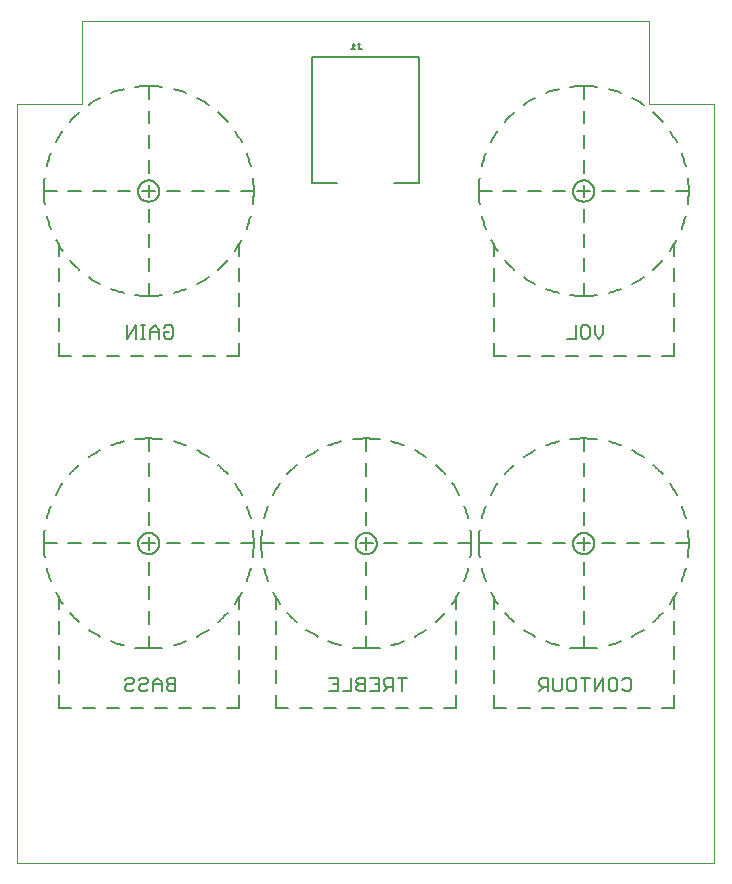
<source format=gbo>
G75*
%MOIN*%
%OFA0B0*%
%FSLAX25Y25*%
%IPPOS*%
%LPD*%
%AMOC8*
5,1,8,0,0,1.08239X$1,22.5*
%
%ADD10C,0.00500*%
%ADD11C,0.00600*%
%ADD12C,0.00800*%
%ADD13C,0.00000*%
D10*
X0018750Y0058163D02*
X0022805Y0058163D01*
X0026742Y0058163D02*
X0030797Y0058163D01*
X0034734Y0058163D02*
X0038789Y0058163D01*
X0042726Y0058163D02*
X0046781Y0058163D01*
X0050719Y0058163D02*
X0054774Y0058163D01*
X0058711Y0058163D02*
X0062766Y0058163D01*
X0066703Y0058163D02*
X0070758Y0058163D01*
X0074695Y0058163D02*
X0078750Y0058163D01*
X0078750Y0062501D01*
X0078750Y0066438D02*
X0078750Y0070776D01*
X0078750Y0074713D02*
X0078750Y0079050D01*
X0078750Y0082987D02*
X0078750Y0087325D01*
X0078750Y0091262D02*
X0078750Y0095600D01*
X0091250Y0095600D02*
X0091250Y0091262D01*
X0091250Y0087325D02*
X0091250Y0082987D01*
X0091250Y0079050D02*
X0091250Y0074713D01*
X0091250Y0070776D02*
X0091250Y0066438D01*
X0091250Y0062501D02*
X0091250Y0058163D01*
X0095305Y0058163D01*
X0099242Y0058163D02*
X0103297Y0058163D01*
X0107234Y0058163D02*
X0111289Y0058163D01*
X0115226Y0058163D02*
X0119281Y0058163D01*
X0123219Y0058163D02*
X0127274Y0058163D01*
X0131211Y0058163D02*
X0135266Y0058163D01*
X0139203Y0058163D02*
X0143258Y0058163D01*
X0147195Y0058163D02*
X0151250Y0058163D01*
X0151250Y0062501D01*
X0151250Y0066438D02*
X0151250Y0070776D01*
X0151250Y0074713D02*
X0151250Y0079050D01*
X0151250Y0082987D02*
X0151250Y0087325D01*
X0151250Y0091262D02*
X0151250Y0095600D01*
X0163750Y0095600D02*
X0163750Y0091262D01*
X0163750Y0087325D02*
X0163750Y0082987D01*
X0163750Y0079050D02*
X0163750Y0074713D01*
X0163750Y0070776D02*
X0163750Y0066438D01*
X0163750Y0062501D02*
X0163750Y0058163D01*
X0167805Y0058163D01*
X0171742Y0058163D02*
X0175797Y0058163D01*
X0179734Y0058163D02*
X0183789Y0058163D01*
X0187726Y0058163D02*
X0191781Y0058163D01*
X0195719Y0058163D02*
X0199774Y0058163D01*
X0203711Y0058163D02*
X0207766Y0058163D01*
X0211703Y0058163D02*
X0215758Y0058163D01*
X0219695Y0058163D02*
X0223750Y0058163D01*
X0223750Y0062501D01*
X0223750Y0066438D02*
X0223750Y0070776D01*
X0223750Y0074713D02*
X0223750Y0079050D01*
X0223750Y0082987D02*
X0223750Y0087325D01*
X0223750Y0091262D02*
X0223750Y0095600D01*
X0224472Y0113100D02*
X0228750Y0113100D01*
X0220535Y0113100D02*
X0216257Y0113100D01*
X0212320Y0113100D02*
X0208041Y0113100D01*
X0204104Y0113100D02*
X0199826Y0113100D01*
X0195889Y0113100D02*
X0191611Y0113100D01*
X0159757Y0121435D02*
X0159943Y0122158D01*
X0160143Y0122877D01*
X0160360Y0123592D01*
X0160591Y0124302D01*
X0160837Y0125007D01*
X0161099Y0125706D01*
X0163028Y0113100D02*
X0158750Y0113100D01*
X0156250Y0113100D02*
X0151972Y0113100D01*
X0148035Y0113100D02*
X0143757Y0113100D01*
X0139820Y0113100D02*
X0135541Y0113100D01*
X0131604Y0113100D02*
X0127326Y0113100D01*
X0123389Y0113100D02*
X0119111Y0113100D01*
X0087257Y0121435D02*
X0087443Y0122158D01*
X0087643Y0122877D01*
X0087860Y0123592D01*
X0088091Y0124302D01*
X0088337Y0125007D01*
X0088599Y0125706D01*
X0090528Y0113100D02*
X0086250Y0113100D01*
X0083750Y0113100D02*
X0079472Y0113100D01*
X0075535Y0113100D02*
X0071257Y0113100D01*
X0067320Y0113100D02*
X0063041Y0113100D01*
X0059104Y0113100D02*
X0054826Y0113100D01*
X0050889Y0113100D02*
X0046611Y0113100D01*
X0014757Y0121435D02*
X0014943Y0122158D01*
X0015143Y0122877D01*
X0015360Y0123592D01*
X0015591Y0124302D01*
X0015837Y0125007D01*
X0016099Y0125706D01*
X0018028Y0113100D02*
X0013750Y0113100D01*
X0021965Y0113100D02*
X0026243Y0113100D01*
X0030180Y0113100D02*
X0034459Y0113100D01*
X0038396Y0113100D02*
X0042674Y0113100D01*
X0022469Y0136215D02*
X0022968Y0136771D01*
X0023479Y0137315D01*
X0024001Y0137849D01*
X0024535Y0138371D01*
X0025079Y0138882D01*
X0025635Y0139381D01*
X0048750Y0139885D02*
X0048750Y0135607D01*
X0048750Y0131670D02*
X0048750Y0127391D01*
X0048750Y0123454D02*
X0048750Y0119176D01*
X0048750Y0115239D02*
X0048750Y0110961D01*
X0040414Y0079107D02*
X0039691Y0079293D01*
X0038972Y0079494D01*
X0038258Y0079710D01*
X0037548Y0079941D01*
X0036843Y0080188D01*
X0036144Y0080449D01*
X0048750Y0082378D02*
X0048750Y0078100D01*
X0048750Y0086315D02*
X0048750Y0090593D01*
X0048750Y0094530D02*
X0048750Y0098809D01*
X0048750Y0102746D02*
X0048750Y0107024D01*
X0057086Y0079107D02*
X0057809Y0079293D01*
X0058528Y0079494D01*
X0059242Y0079710D01*
X0059952Y0079941D01*
X0060657Y0080188D01*
X0061356Y0080449D01*
X0020041Y0093081D02*
X0019620Y0093698D01*
X0019213Y0094323D01*
X0018819Y0094957D01*
X0018439Y0095600D01*
X0018073Y0096250D01*
X0017720Y0096909D01*
X0018750Y0095600D02*
X0018750Y0091262D01*
X0018750Y0087325D02*
X0018750Y0082987D01*
X0018750Y0079050D02*
X0018750Y0074713D01*
X0018750Y0070776D02*
X0018750Y0066438D01*
X0018750Y0062501D02*
X0018750Y0058163D01*
X0077459Y0093081D02*
X0077880Y0093698D01*
X0078287Y0094323D01*
X0078681Y0094957D01*
X0079061Y0095600D01*
X0079427Y0096250D01*
X0079780Y0096909D01*
X0094465Y0113100D02*
X0098743Y0113100D01*
X0102680Y0113100D02*
X0106959Y0113100D01*
X0110896Y0113100D02*
X0115174Y0113100D01*
X0094969Y0136215D02*
X0095468Y0136771D01*
X0095979Y0137315D01*
X0096501Y0137849D01*
X0097035Y0138371D01*
X0097579Y0138882D01*
X0098135Y0139381D01*
X0121250Y0139885D02*
X0121250Y0135607D01*
X0121250Y0131670D02*
X0121250Y0127391D01*
X0121250Y0123454D02*
X0121250Y0119176D01*
X0121250Y0115239D02*
X0121250Y0110961D01*
X0112914Y0079107D02*
X0112191Y0079293D01*
X0111472Y0079494D01*
X0110758Y0079710D01*
X0110048Y0079941D01*
X0109343Y0080188D01*
X0108644Y0080449D01*
X0121250Y0082378D02*
X0121250Y0078100D01*
X0121250Y0086315D02*
X0121250Y0090593D01*
X0121250Y0094530D02*
X0121250Y0098809D01*
X0121250Y0102746D02*
X0121250Y0107024D01*
X0129586Y0079107D02*
X0130309Y0079293D01*
X0131028Y0079494D01*
X0131742Y0079710D01*
X0132452Y0079941D01*
X0133157Y0080188D01*
X0133856Y0080449D01*
X0092541Y0093081D02*
X0092120Y0093698D01*
X0091713Y0094323D01*
X0091319Y0094957D01*
X0090939Y0095600D01*
X0090573Y0096250D01*
X0090220Y0096909D01*
X0090220Y0129291D02*
X0090573Y0129949D01*
X0090939Y0130600D01*
X0091319Y0131242D01*
X0091713Y0131877D01*
X0092120Y0132502D01*
X0092541Y0133119D01*
X0121250Y0143822D02*
X0121250Y0148100D01*
X0129585Y0147093D02*
X0130308Y0146907D01*
X0131027Y0146707D01*
X0131742Y0146490D01*
X0132452Y0146259D01*
X0133157Y0146013D01*
X0133856Y0145751D01*
X0144365Y0139381D02*
X0144921Y0138882D01*
X0145465Y0138371D01*
X0145999Y0137849D01*
X0146521Y0137315D01*
X0147032Y0136771D01*
X0147531Y0136215D01*
X0166965Y0113100D02*
X0171243Y0113100D01*
X0175180Y0113100D02*
X0179459Y0113100D01*
X0183396Y0113100D02*
X0187674Y0113100D01*
X0167469Y0136215D02*
X0167968Y0136771D01*
X0168479Y0137315D01*
X0169001Y0137849D01*
X0169535Y0138371D01*
X0170079Y0138882D01*
X0170635Y0139381D01*
X0193750Y0139885D02*
X0193750Y0135607D01*
X0193750Y0131670D02*
X0193750Y0127391D01*
X0193750Y0123454D02*
X0193750Y0119176D01*
X0193750Y0115239D02*
X0193750Y0110961D01*
X0185414Y0079107D02*
X0184691Y0079293D01*
X0183972Y0079494D01*
X0183258Y0079710D01*
X0182548Y0079941D01*
X0181843Y0080188D01*
X0181144Y0080449D01*
X0193750Y0082378D02*
X0193750Y0078100D01*
X0193750Y0086315D02*
X0193750Y0090593D01*
X0193750Y0094530D02*
X0193750Y0098809D01*
X0193750Y0102746D02*
X0193750Y0107024D01*
X0202086Y0079107D02*
X0202809Y0079293D01*
X0203528Y0079494D01*
X0204242Y0079710D01*
X0204952Y0079941D01*
X0205657Y0080188D01*
X0206356Y0080449D01*
X0165041Y0093081D02*
X0164620Y0093698D01*
X0164213Y0094323D01*
X0163819Y0094957D01*
X0163439Y0095600D01*
X0163073Y0096250D01*
X0162720Y0096909D01*
X0162720Y0129291D02*
X0163073Y0129949D01*
X0163439Y0130600D01*
X0163819Y0131242D01*
X0164213Y0131877D01*
X0164620Y0132502D01*
X0165041Y0133119D01*
X0193750Y0143822D02*
X0193750Y0148100D01*
X0191781Y0175663D02*
X0187726Y0175663D01*
X0183789Y0175663D02*
X0179734Y0175663D01*
X0175797Y0175663D02*
X0171742Y0175663D01*
X0167805Y0175663D02*
X0163750Y0175663D01*
X0163750Y0180001D01*
X0163750Y0183938D02*
X0163750Y0188276D01*
X0163750Y0192213D02*
X0163750Y0196550D01*
X0163750Y0200487D02*
X0163750Y0204825D01*
X0163750Y0208762D02*
X0163750Y0213100D01*
X0163028Y0230600D02*
X0158750Y0230600D01*
X0166965Y0230600D02*
X0171243Y0230600D01*
X0175180Y0230600D02*
X0179459Y0230600D01*
X0183396Y0230600D02*
X0187674Y0230600D01*
X0191611Y0230600D02*
X0195889Y0230600D01*
X0227743Y0238935D02*
X0227557Y0239658D01*
X0227357Y0240377D01*
X0227140Y0241092D01*
X0226909Y0241802D01*
X0226663Y0242507D01*
X0226401Y0243206D01*
X0224472Y0230600D02*
X0228750Y0230600D01*
X0220535Y0230600D02*
X0216257Y0230600D01*
X0212320Y0230600D02*
X0208041Y0230600D01*
X0204104Y0230600D02*
X0199826Y0230600D01*
X0220031Y0253715D02*
X0219532Y0254271D01*
X0219021Y0254815D01*
X0218499Y0255349D01*
X0217965Y0255871D01*
X0217421Y0256382D01*
X0216865Y0256881D01*
X0193750Y0257385D02*
X0193750Y0253107D01*
X0193750Y0249170D02*
X0193750Y0244891D01*
X0193750Y0240954D02*
X0193750Y0236676D01*
X0193750Y0232739D02*
X0193750Y0228461D01*
X0185414Y0196607D02*
X0184691Y0196793D01*
X0183972Y0196994D01*
X0183258Y0197210D01*
X0182548Y0197441D01*
X0181843Y0197688D01*
X0181144Y0197949D01*
X0193750Y0199878D02*
X0193750Y0195600D01*
X0193750Y0203815D02*
X0193750Y0208093D01*
X0193750Y0212030D02*
X0193750Y0216309D01*
X0193750Y0220246D02*
X0193750Y0224524D01*
X0202086Y0196607D02*
X0202809Y0196793D01*
X0203528Y0196994D01*
X0204242Y0197210D01*
X0204952Y0197441D01*
X0205657Y0197688D01*
X0206356Y0197949D01*
X0223750Y0196550D02*
X0223750Y0192213D01*
X0223750Y0188276D02*
X0223750Y0183938D01*
X0223750Y0180001D02*
X0223750Y0175663D01*
X0219695Y0175663D01*
X0215758Y0175663D02*
X0211703Y0175663D01*
X0207766Y0175663D02*
X0203711Y0175663D01*
X0199774Y0175663D02*
X0195719Y0175663D01*
X0223750Y0200487D02*
X0223750Y0204825D01*
X0223750Y0208762D02*
X0223750Y0213100D01*
X0224780Y0246791D02*
X0224427Y0247449D01*
X0224061Y0248100D01*
X0223681Y0248742D01*
X0223287Y0249377D01*
X0222880Y0250002D01*
X0222459Y0250619D01*
X0193750Y0261322D02*
X0193750Y0265600D01*
X0202085Y0264593D02*
X0202808Y0264407D01*
X0203527Y0264207D01*
X0204242Y0263990D01*
X0204952Y0263759D01*
X0205657Y0263513D01*
X0206356Y0263251D01*
X0228464Y0235067D02*
X0228551Y0234325D01*
X0228623Y0233582D01*
X0228678Y0232838D01*
X0228718Y0232092D01*
X0228742Y0231346D01*
X0228750Y0230600D01*
X0198217Y0265314D02*
X0197475Y0265401D01*
X0196732Y0265473D01*
X0195988Y0265528D01*
X0195242Y0265568D01*
X0194496Y0265592D01*
X0193750Y0265600D01*
X0185415Y0264593D02*
X0184692Y0264407D01*
X0183973Y0264207D01*
X0183258Y0263990D01*
X0182548Y0263759D01*
X0181843Y0263513D01*
X0181144Y0263251D01*
X0170635Y0256881D02*
X0170079Y0256382D01*
X0169535Y0255871D01*
X0169001Y0255349D01*
X0168479Y0254815D01*
X0167968Y0254271D01*
X0167469Y0253715D01*
X0161099Y0243206D02*
X0160837Y0242507D01*
X0160591Y0241802D01*
X0160360Y0241092D01*
X0160143Y0240377D01*
X0159943Y0239658D01*
X0159757Y0238935D01*
X0189283Y0265314D02*
X0190025Y0265401D01*
X0190768Y0265473D01*
X0191512Y0265528D01*
X0192258Y0265568D01*
X0193004Y0265592D01*
X0193750Y0265600D01*
X0209941Y0261630D02*
X0210599Y0261277D01*
X0211250Y0260911D01*
X0211892Y0260531D01*
X0212527Y0260137D01*
X0213152Y0259730D01*
X0213769Y0259309D01*
X0177559Y0261630D02*
X0176901Y0261277D01*
X0176250Y0260911D01*
X0175608Y0260531D01*
X0174973Y0260137D01*
X0174348Y0259730D01*
X0173731Y0259309D01*
X0159036Y0235067D02*
X0158949Y0234325D01*
X0158877Y0233582D01*
X0158822Y0232838D01*
X0158782Y0232092D01*
X0158758Y0231346D01*
X0158750Y0230600D01*
X0162720Y0246791D02*
X0163073Y0247449D01*
X0163439Y0248100D01*
X0163819Y0248742D01*
X0164213Y0249377D01*
X0164620Y0250002D01*
X0165041Y0250619D01*
X0159757Y0222264D02*
X0159943Y0221541D01*
X0160144Y0220822D01*
X0160360Y0220108D01*
X0160591Y0219398D01*
X0160838Y0218693D01*
X0161099Y0217994D01*
X0222459Y0210581D02*
X0222880Y0211198D01*
X0223287Y0211823D01*
X0223681Y0212457D01*
X0224061Y0213100D01*
X0224427Y0213750D01*
X0224780Y0214409D01*
X0165041Y0210581D02*
X0164620Y0211198D01*
X0164213Y0211823D01*
X0163819Y0212457D01*
X0163439Y0213100D01*
X0163073Y0213750D01*
X0162720Y0214409D01*
X0193750Y0195600D02*
X0194497Y0195608D01*
X0195243Y0195632D01*
X0195988Y0195672D01*
X0196733Y0195727D01*
X0197476Y0195799D01*
X0198217Y0195886D01*
X0170635Y0204319D02*
X0170079Y0204818D01*
X0169535Y0205329D01*
X0169001Y0205851D01*
X0168479Y0206385D01*
X0167968Y0206929D01*
X0167469Y0207485D01*
X0216865Y0204319D02*
X0217421Y0204818D01*
X0217965Y0205329D01*
X0218499Y0205851D01*
X0219021Y0206385D01*
X0219532Y0206929D01*
X0220031Y0207485D01*
X0193750Y0195600D02*
X0193003Y0195608D01*
X0192257Y0195632D01*
X0191512Y0195672D01*
X0190767Y0195727D01*
X0190024Y0195799D01*
X0189283Y0195886D01*
X0190215Y0230600D02*
X0190217Y0230719D01*
X0190223Y0230837D01*
X0190233Y0230956D01*
X0190247Y0231074D01*
X0190265Y0231191D01*
X0190287Y0231308D01*
X0190312Y0231424D01*
X0190342Y0231539D01*
X0190375Y0231653D01*
X0190413Y0231766D01*
X0190454Y0231877D01*
X0190498Y0231987D01*
X0190547Y0232095D01*
X0190599Y0232202D01*
X0190655Y0232307D01*
X0190714Y0232410D01*
X0190776Y0232511D01*
X0190842Y0232610D01*
X0190911Y0232707D01*
X0190984Y0232801D01*
X0191059Y0232892D01*
X0191138Y0232982D01*
X0191219Y0233068D01*
X0191303Y0233152D01*
X0191391Y0233232D01*
X0191480Y0233310D01*
X0191573Y0233385D01*
X0191667Y0233456D01*
X0191765Y0233525D01*
X0191864Y0233590D01*
X0191965Y0233651D01*
X0192069Y0233710D01*
X0192174Y0233764D01*
X0192282Y0233816D01*
X0192390Y0233863D01*
X0192501Y0233907D01*
X0192613Y0233947D01*
X0192726Y0233983D01*
X0192840Y0234016D01*
X0192955Y0234044D01*
X0193071Y0234069D01*
X0193188Y0234090D01*
X0193306Y0234107D01*
X0193424Y0234120D01*
X0193542Y0234129D01*
X0193661Y0234134D01*
X0193780Y0234135D01*
X0193898Y0234132D01*
X0194017Y0234125D01*
X0194135Y0234114D01*
X0194253Y0234099D01*
X0194370Y0234080D01*
X0194487Y0234057D01*
X0194603Y0234031D01*
X0194717Y0234000D01*
X0194831Y0233966D01*
X0194944Y0233927D01*
X0195055Y0233885D01*
X0195164Y0233840D01*
X0195272Y0233790D01*
X0195379Y0233737D01*
X0195483Y0233681D01*
X0195586Y0233621D01*
X0195686Y0233558D01*
X0195784Y0233491D01*
X0195880Y0233421D01*
X0195974Y0233348D01*
X0196065Y0233272D01*
X0196153Y0233192D01*
X0196239Y0233110D01*
X0196322Y0233025D01*
X0196402Y0232937D01*
X0196479Y0232847D01*
X0196553Y0232754D01*
X0196624Y0232659D01*
X0196691Y0232561D01*
X0196756Y0232461D01*
X0196816Y0232359D01*
X0196874Y0232255D01*
X0196928Y0232149D01*
X0196978Y0232041D01*
X0197024Y0231932D01*
X0197067Y0231821D01*
X0197106Y0231709D01*
X0197142Y0231596D01*
X0197173Y0231481D01*
X0197201Y0231366D01*
X0197225Y0231250D01*
X0197245Y0231132D01*
X0197261Y0231015D01*
X0197273Y0230897D01*
X0197281Y0230778D01*
X0197285Y0230659D01*
X0197285Y0230541D01*
X0197281Y0230422D01*
X0197273Y0230303D01*
X0197261Y0230185D01*
X0197245Y0230068D01*
X0197225Y0229950D01*
X0197201Y0229834D01*
X0197173Y0229719D01*
X0197142Y0229604D01*
X0197106Y0229491D01*
X0197067Y0229379D01*
X0197024Y0229268D01*
X0196978Y0229159D01*
X0196928Y0229051D01*
X0196874Y0228945D01*
X0196816Y0228841D01*
X0196756Y0228739D01*
X0196691Y0228639D01*
X0196624Y0228541D01*
X0196553Y0228446D01*
X0196479Y0228353D01*
X0196402Y0228263D01*
X0196322Y0228175D01*
X0196239Y0228090D01*
X0196153Y0228008D01*
X0196065Y0227928D01*
X0195974Y0227852D01*
X0195880Y0227779D01*
X0195784Y0227709D01*
X0195686Y0227642D01*
X0195586Y0227579D01*
X0195483Y0227519D01*
X0195379Y0227463D01*
X0195272Y0227410D01*
X0195164Y0227360D01*
X0195055Y0227315D01*
X0194944Y0227273D01*
X0194831Y0227234D01*
X0194717Y0227200D01*
X0194603Y0227169D01*
X0194487Y0227143D01*
X0194370Y0227120D01*
X0194253Y0227101D01*
X0194135Y0227086D01*
X0194017Y0227075D01*
X0193898Y0227068D01*
X0193780Y0227065D01*
X0193661Y0227066D01*
X0193542Y0227071D01*
X0193424Y0227080D01*
X0193306Y0227093D01*
X0193188Y0227110D01*
X0193071Y0227131D01*
X0192955Y0227156D01*
X0192840Y0227184D01*
X0192726Y0227217D01*
X0192613Y0227253D01*
X0192501Y0227293D01*
X0192390Y0227337D01*
X0192282Y0227384D01*
X0192174Y0227436D01*
X0192069Y0227490D01*
X0191965Y0227549D01*
X0191864Y0227610D01*
X0191765Y0227675D01*
X0191667Y0227744D01*
X0191573Y0227815D01*
X0191480Y0227890D01*
X0191391Y0227968D01*
X0191303Y0228048D01*
X0191219Y0228132D01*
X0191138Y0228218D01*
X0191059Y0228308D01*
X0190984Y0228399D01*
X0190911Y0228493D01*
X0190842Y0228590D01*
X0190776Y0228689D01*
X0190714Y0228790D01*
X0190655Y0228893D01*
X0190599Y0228998D01*
X0190547Y0229105D01*
X0190498Y0229213D01*
X0190454Y0229323D01*
X0190413Y0229434D01*
X0190375Y0229547D01*
X0190342Y0229661D01*
X0190312Y0229776D01*
X0190287Y0229892D01*
X0190265Y0230009D01*
X0190247Y0230126D01*
X0190233Y0230244D01*
X0190223Y0230363D01*
X0190217Y0230481D01*
X0190215Y0230600D01*
X0228464Y0226133D02*
X0228551Y0226874D01*
X0228623Y0227617D01*
X0228678Y0228362D01*
X0228718Y0229107D01*
X0228742Y0229853D01*
X0228750Y0230600D01*
X0159036Y0226133D02*
X0158949Y0226874D01*
X0158877Y0227617D01*
X0158822Y0228362D01*
X0158782Y0229107D01*
X0158758Y0229853D01*
X0158750Y0230600D01*
X0209941Y0199570D02*
X0210600Y0199923D01*
X0211250Y0200289D01*
X0211893Y0200669D01*
X0212527Y0201063D01*
X0213152Y0201470D01*
X0213769Y0201891D01*
X0177559Y0199570D02*
X0176900Y0199923D01*
X0176250Y0200289D01*
X0175607Y0200669D01*
X0174973Y0201063D01*
X0174348Y0201470D01*
X0173731Y0201891D01*
X0226401Y0217994D02*
X0226662Y0218693D01*
X0226909Y0219398D01*
X0227140Y0220108D01*
X0227356Y0220822D01*
X0227557Y0221541D01*
X0227743Y0222264D01*
X0202085Y0147093D02*
X0202808Y0146907D01*
X0203527Y0146707D01*
X0204242Y0146490D01*
X0204952Y0146259D01*
X0205657Y0146013D01*
X0206356Y0145751D01*
X0216865Y0139381D02*
X0217421Y0138882D01*
X0217965Y0138371D01*
X0218499Y0137849D01*
X0219021Y0137315D01*
X0219532Y0136771D01*
X0220031Y0136215D01*
X0226401Y0125706D02*
X0226663Y0125007D01*
X0226909Y0124302D01*
X0227140Y0123592D01*
X0227357Y0122877D01*
X0227557Y0122158D01*
X0227743Y0121435D01*
X0228464Y0117567D02*
X0228551Y0116825D01*
X0228623Y0116082D01*
X0228678Y0115338D01*
X0228718Y0114592D01*
X0228742Y0113846D01*
X0228750Y0113100D01*
X0224780Y0129291D02*
X0224427Y0129949D01*
X0224061Y0130600D01*
X0223681Y0131242D01*
X0223287Y0131877D01*
X0222880Y0132502D01*
X0222459Y0133119D01*
X0198217Y0147814D02*
X0197475Y0147901D01*
X0196732Y0147973D01*
X0195988Y0148028D01*
X0195242Y0148068D01*
X0194496Y0148092D01*
X0193750Y0148100D01*
X0185415Y0147093D02*
X0184692Y0146907D01*
X0183973Y0146707D01*
X0183258Y0146490D01*
X0182548Y0146259D01*
X0181843Y0146013D01*
X0181144Y0145751D01*
X0189283Y0147814D02*
X0190025Y0147901D01*
X0190768Y0147973D01*
X0191512Y0148028D01*
X0192258Y0148068D01*
X0193004Y0148092D01*
X0193750Y0148100D01*
X0209941Y0144130D02*
X0210599Y0143777D01*
X0211250Y0143411D01*
X0211892Y0143031D01*
X0212527Y0142637D01*
X0213152Y0142230D01*
X0213769Y0141809D01*
X0177559Y0144130D02*
X0176901Y0143777D01*
X0176250Y0143411D01*
X0175608Y0143031D01*
X0174973Y0142637D01*
X0174348Y0142230D01*
X0173731Y0141809D01*
X0159036Y0117567D02*
X0158949Y0116825D01*
X0158877Y0116082D01*
X0158822Y0115338D01*
X0158782Y0114592D01*
X0158758Y0113846D01*
X0158750Y0113100D01*
X0193750Y0078100D02*
X0194497Y0078108D01*
X0195243Y0078132D01*
X0195988Y0078172D01*
X0196733Y0078227D01*
X0197476Y0078299D01*
X0198217Y0078386D01*
X0170635Y0086819D02*
X0170079Y0087318D01*
X0169535Y0087829D01*
X0169001Y0088351D01*
X0168479Y0088885D01*
X0167968Y0089429D01*
X0167469Y0089985D01*
X0222459Y0093081D02*
X0222880Y0093698D01*
X0223287Y0094323D01*
X0223681Y0094957D01*
X0224061Y0095600D01*
X0224427Y0096250D01*
X0224780Y0096909D01*
X0193750Y0078100D02*
X0193003Y0078108D01*
X0192257Y0078132D01*
X0191512Y0078172D01*
X0190767Y0078227D01*
X0190024Y0078299D01*
X0189283Y0078386D01*
X0216865Y0086819D02*
X0217421Y0087318D01*
X0217965Y0087829D01*
X0218499Y0088351D01*
X0219021Y0088885D01*
X0219532Y0089429D01*
X0220031Y0089985D01*
X0159036Y0108633D02*
X0158949Y0109374D01*
X0158877Y0110117D01*
X0158822Y0110862D01*
X0158782Y0111607D01*
X0158758Y0112353D01*
X0158750Y0113100D01*
X0159757Y0104764D02*
X0159943Y0104041D01*
X0160144Y0103322D01*
X0160360Y0102608D01*
X0160591Y0101898D01*
X0160838Y0101193D01*
X0161099Y0100494D01*
X0228464Y0108633D02*
X0228551Y0109374D01*
X0228623Y0110117D01*
X0228678Y0110862D01*
X0228718Y0111607D01*
X0228742Y0112353D01*
X0228750Y0113100D01*
X0227743Y0104764D02*
X0227557Y0104041D01*
X0227356Y0103322D01*
X0227140Y0102608D01*
X0226909Y0101898D01*
X0226662Y0101193D01*
X0226401Y0100494D01*
X0190215Y0113100D02*
X0190217Y0113219D01*
X0190223Y0113337D01*
X0190233Y0113456D01*
X0190247Y0113574D01*
X0190265Y0113691D01*
X0190287Y0113808D01*
X0190312Y0113924D01*
X0190342Y0114039D01*
X0190375Y0114153D01*
X0190413Y0114266D01*
X0190454Y0114377D01*
X0190498Y0114487D01*
X0190547Y0114595D01*
X0190599Y0114702D01*
X0190655Y0114807D01*
X0190714Y0114910D01*
X0190776Y0115011D01*
X0190842Y0115110D01*
X0190911Y0115207D01*
X0190984Y0115301D01*
X0191059Y0115392D01*
X0191138Y0115482D01*
X0191219Y0115568D01*
X0191303Y0115652D01*
X0191391Y0115732D01*
X0191480Y0115810D01*
X0191573Y0115885D01*
X0191667Y0115956D01*
X0191765Y0116025D01*
X0191864Y0116090D01*
X0191965Y0116151D01*
X0192069Y0116210D01*
X0192174Y0116264D01*
X0192282Y0116316D01*
X0192390Y0116363D01*
X0192501Y0116407D01*
X0192613Y0116447D01*
X0192726Y0116483D01*
X0192840Y0116516D01*
X0192955Y0116544D01*
X0193071Y0116569D01*
X0193188Y0116590D01*
X0193306Y0116607D01*
X0193424Y0116620D01*
X0193542Y0116629D01*
X0193661Y0116634D01*
X0193780Y0116635D01*
X0193898Y0116632D01*
X0194017Y0116625D01*
X0194135Y0116614D01*
X0194253Y0116599D01*
X0194370Y0116580D01*
X0194487Y0116557D01*
X0194603Y0116531D01*
X0194717Y0116500D01*
X0194831Y0116466D01*
X0194944Y0116427D01*
X0195055Y0116385D01*
X0195164Y0116340D01*
X0195272Y0116290D01*
X0195379Y0116237D01*
X0195483Y0116181D01*
X0195586Y0116121D01*
X0195686Y0116058D01*
X0195784Y0115991D01*
X0195880Y0115921D01*
X0195974Y0115848D01*
X0196065Y0115772D01*
X0196153Y0115692D01*
X0196239Y0115610D01*
X0196322Y0115525D01*
X0196402Y0115437D01*
X0196479Y0115347D01*
X0196553Y0115254D01*
X0196624Y0115159D01*
X0196691Y0115061D01*
X0196756Y0114961D01*
X0196816Y0114859D01*
X0196874Y0114755D01*
X0196928Y0114649D01*
X0196978Y0114541D01*
X0197024Y0114432D01*
X0197067Y0114321D01*
X0197106Y0114209D01*
X0197142Y0114096D01*
X0197173Y0113981D01*
X0197201Y0113866D01*
X0197225Y0113750D01*
X0197245Y0113632D01*
X0197261Y0113515D01*
X0197273Y0113397D01*
X0197281Y0113278D01*
X0197285Y0113159D01*
X0197285Y0113041D01*
X0197281Y0112922D01*
X0197273Y0112803D01*
X0197261Y0112685D01*
X0197245Y0112568D01*
X0197225Y0112450D01*
X0197201Y0112334D01*
X0197173Y0112219D01*
X0197142Y0112104D01*
X0197106Y0111991D01*
X0197067Y0111879D01*
X0197024Y0111768D01*
X0196978Y0111659D01*
X0196928Y0111551D01*
X0196874Y0111445D01*
X0196816Y0111341D01*
X0196756Y0111239D01*
X0196691Y0111139D01*
X0196624Y0111041D01*
X0196553Y0110946D01*
X0196479Y0110853D01*
X0196402Y0110763D01*
X0196322Y0110675D01*
X0196239Y0110590D01*
X0196153Y0110508D01*
X0196065Y0110428D01*
X0195974Y0110352D01*
X0195880Y0110279D01*
X0195784Y0110209D01*
X0195686Y0110142D01*
X0195586Y0110079D01*
X0195483Y0110019D01*
X0195379Y0109963D01*
X0195272Y0109910D01*
X0195164Y0109860D01*
X0195055Y0109815D01*
X0194944Y0109773D01*
X0194831Y0109734D01*
X0194717Y0109700D01*
X0194603Y0109669D01*
X0194487Y0109643D01*
X0194370Y0109620D01*
X0194253Y0109601D01*
X0194135Y0109586D01*
X0194017Y0109575D01*
X0193898Y0109568D01*
X0193780Y0109565D01*
X0193661Y0109566D01*
X0193542Y0109571D01*
X0193424Y0109580D01*
X0193306Y0109593D01*
X0193188Y0109610D01*
X0193071Y0109631D01*
X0192955Y0109656D01*
X0192840Y0109684D01*
X0192726Y0109717D01*
X0192613Y0109753D01*
X0192501Y0109793D01*
X0192390Y0109837D01*
X0192282Y0109884D01*
X0192174Y0109936D01*
X0192069Y0109990D01*
X0191965Y0110049D01*
X0191864Y0110110D01*
X0191765Y0110175D01*
X0191667Y0110244D01*
X0191573Y0110315D01*
X0191480Y0110390D01*
X0191391Y0110468D01*
X0191303Y0110548D01*
X0191219Y0110632D01*
X0191138Y0110718D01*
X0191059Y0110808D01*
X0190984Y0110899D01*
X0190911Y0110993D01*
X0190842Y0111090D01*
X0190776Y0111189D01*
X0190714Y0111290D01*
X0190655Y0111393D01*
X0190599Y0111498D01*
X0190547Y0111605D01*
X0190498Y0111713D01*
X0190454Y0111823D01*
X0190413Y0111934D01*
X0190375Y0112047D01*
X0190342Y0112161D01*
X0190312Y0112276D01*
X0190287Y0112392D01*
X0190265Y0112509D01*
X0190247Y0112626D01*
X0190233Y0112744D01*
X0190223Y0112863D01*
X0190217Y0112981D01*
X0190215Y0113100D01*
X0209941Y0082070D02*
X0210600Y0082423D01*
X0211250Y0082789D01*
X0211893Y0083169D01*
X0212527Y0083563D01*
X0213152Y0083970D01*
X0213769Y0084391D01*
X0177559Y0082070D02*
X0176900Y0082423D01*
X0176250Y0082789D01*
X0175607Y0083169D01*
X0174973Y0083563D01*
X0174348Y0083970D01*
X0173731Y0084391D01*
X0155243Y0121435D02*
X0155057Y0122158D01*
X0154857Y0122877D01*
X0154640Y0123592D01*
X0154409Y0124302D01*
X0154163Y0125007D01*
X0153901Y0125706D01*
X0125717Y0147814D02*
X0124975Y0147901D01*
X0124232Y0147973D01*
X0123488Y0148028D01*
X0122742Y0148068D01*
X0121996Y0148092D01*
X0121250Y0148100D01*
X0112915Y0147093D02*
X0112192Y0146907D01*
X0111473Y0146707D01*
X0110758Y0146490D01*
X0110048Y0146259D01*
X0109343Y0146013D01*
X0108644Y0145751D01*
X0116783Y0147814D02*
X0117525Y0147901D01*
X0118268Y0147973D01*
X0119012Y0148028D01*
X0119758Y0148068D01*
X0120504Y0148092D01*
X0121250Y0148100D01*
X0155964Y0117567D02*
X0156051Y0116825D01*
X0156123Y0116082D01*
X0156178Y0115338D01*
X0156218Y0114592D01*
X0156242Y0113846D01*
X0156250Y0113100D01*
X0152280Y0129291D02*
X0151927Y0129949D01*
X0151561Y0130600D01*
X0151181Y0131242D01*
X0150787Y0131877D01*
X0150380Y0132502D01*
X0149959Y0133119D01*
X0141269Y0141809D02*
X0140652Y0142230D01*
X0140027Y0142637D01*
X0139392Y0143031D01*
X0138750Y0143411D01*
X0138099Y0143777D01*
X0137441Y0144130D01*
X0105059Y0144130D02*
X0104401Y0143777D01*
X0103750Y0143411D01*
X0103108Y0143031D01*
X0102473Y0142637D01*
X0101848Y0142230D01*
X0101231Y0141809D01*
X0086536Y0117567D02*
X0086449Y0116825D01*
X0086377Y0116082D01*
X0086322Y0115338D01*
X0086282Y0114592D01*
X0086258Y0113846D01*
X0086250Y0113100D01*
X0121250Y0078100D02*
X0121997Y0078108D01*
X0122743Y0078132D01*
X0123488Y0078172D01*
X0124233Y0078227D01*
X0124976Y0078299D01*
X0125717Y0078386D01*
X0098135Y0086819D02*
X0097579Y0087318D01*
X0097035Y0087829D01*
X0096501Y0088351D01*
X0095979Y0088885D01*
X0095468Y0089429D01*
X0094969Y0089985D01*
X0149959Y0093081D02*
X0150380Y0093698D01*
X0150787Y0094323D01*
X0151181Y0094957D01*
X0151561Y0095600D01*
X0151927Y0096250D01*
X0152280Y0096909D01*
X0121250Y0078100D02*
X0120503Y0078108D01*
X0119757Y0078132D01*
X0119012Y0078172D01*
X0118267Y0078227D01*
X0117524Y0078299D01*
X0116783Y0078386D01*
X0144365Y0086819D02*
X0144921Y0087318D01*
X0145465Y0087829D01*
X0145999Y0088351D01*
X0146521Y0088885D01*
X0147032Y0089429D01*
X0147531Y0089985D01*
X0086536Y0108633D02*
X0086449Y0109374D01*
X0086377Y0110117D01*
X0086322Y0110862D01*
X0086282Y0111607D01*
X0086258Y0112353D01*
X0086250Y0113100D01*
X0087257Y0104764D02*
X0087443Y0104041D01*
X0087644Y0103322D01*
X0087860Y0102608D01*
X0088091Y0101898D01*
X0088338Y0101193D01*
X0088599Y0100494D01*
X0155964Y0108633D02*
X0156051Y0109374D01*
X0156123Y0110117D01*
X0156178Y0110862D01*
X0156218Y0111607D01*
X0156242Y0112353D01*
X0156250Y0113100D01*
X0155243Y0104764D02*
X0155057Y0104041D01*
X0154856Y0103322D01*
X0154640Y0102608D01*
X0154409Y0101898D01*
X0154162Y0101193D01*
X0153901Y0100494D01*
X0117715Y0113100D02*
X0117717Y0113219D01*
X0117723Y0113337D01*
X0117733Y0113456D01*
X0117747Y0113574D01*
X0117765Y0113691D01*
X0117787Y0113808D01*
X0117812Y0113924D01*
X0117842Y0114039D01*
X0117875Y0114153D01*
X0117913Y0114266D01*
X0117954Y0114377D01*
X0117998Y0114487D01*
X0118047Y0114595D01*
X0118099Y0114702D01*
X0118155Y0114807D01*
X0118214Y0114910D01*
X0118276Y0115011D01*
X0118342Y0115110D01*
X0118411Y0115207D01*
X0118484Y0115301D01*
X0118559Y0115392D01*
X0118638Y0115482D01*
X0118719Y0115568D01*
X0118803Y0115652D01*
X0118891Y0115732D01*
X0118980Y0115810D01*
X0119073Y0115885D01*
X0119167Y0115956D01*
X0119265Y0116025D01*
X0119364Y0116090D01*
X0119465Y0116151D01*
X0119569Y0116210D01*
X0119674Y0116264D01*
X0119782Y0116316D01*
X0119890Y0116363D01*
X0120001Y0116407D01*
X0120113Y0116447D01*
X0120226Y0116483D01*
X0120340Y0116516D01*
X0120455Y0116544D01*
X0120571Y0116569D01*
X0120688Y0116590D01*
X0120806Y0116607D01*
X0120924Y0116620D01*
X0121042Y0116629D01*
X0121161Y0116634D01*
X0121280Y0116635D01*
X0121398Y0116632D01*
X0121517Y0116625D01*
X0121635Y0116614D01*
X0121753Y0116599D01*
X0121870Y0116580D01*
X0121987Y0116557D01*
X0122103Y0116531D01*
X0122217Y0116500D01*
X0122331Y0116466D01*
X0122444Y0116427D01*
X0122555Y0116385D01*
X0122664Y0116340D01*
X0122772Y0116290D01*
X0122879Y0116237D01*
X0122983Y0116181D01*
X0123086Y0116121D01*
X0123186Y0116058D01*
X0123284Y0115991D01*
X0123380Y0115921D01*
X0123474Y0115848D01*
X0123565Y0115772D01*
X0123653Y0115692D01*
X0123739Y0115610D01*
X0123822Y0115525D01*
X0123902Y0115437D01*
X0123979Y0115347D01*
X0124053Y0115254D01*
X0124124Y0115159D01*
X0124191Y0115061D01*
X0124256Y0114961D01*
X0124316Y0114859D01*
X0124374Y0114755D01*
X0124428Y0114649D01*
X0124478Y0114541D01*
X0124524Y0114432D01*
X0124567Y0114321D01*
X0124606Y0114209D01*
X0124642Y0114096D01*
X0124673Y0113981D01*
X0124701Y0113866D01*
X0124725Y0113750D01*
X0124745Y0113632D01*
X0124761Y0113515D01*
X0124773Y0113397D01*
X0124781Y0113278D01*
X0124785Y0113159D01*
X0124785Y0113041D01*
X0124781Y0112922D01*
X0124773Y0112803D01*
X0124761Y0112685D01*
X0124745Y0112568D01*
X0124725Y0112450D01*
X0124701Y0112334D01*
X0124673Y0112219D01*
X0124642Y0112104D01*
X0124606Y0111991D01*
X0124567Y0111879D01*
X0124524Y0111768D01*
X0124478Y0111659D01*
X0124428Y0111551D01*
X0124374Y0111445D01*
X0124316Y0111341D01*
X0124256Y0111239D01*
X0124191Y0111139D01*
X0124124Y0111041D01*
X0124053Y0110946D01*
X0123979Y0110853D01*
X0123902Y0110763D01*
X0123822Y0110675D01*
X0123739Y0110590D01*
X0123653Y0110508D01*
X0123565Y0110428D01*
X0123474Y0110352D01*
X0123380Y0110279D01*
X0123284Y0110209D01*
X0123186Y0110142D01*
X0123086Y0110079D01*
X0122983Y0110019D01*
X0122879Y0109963D01*
X0122772Y0109910D01*
X0122664Y0109860D01*
X0122555Y0109815D01*
X0122444Y0109773D01*
X0122331Y0109734D01*
X0122217Y0109700D01*
X0122103Y0109669D01*
X0121987Y0109643D01*
X0121870Y0109620D01*
X0121753Y0109601D01*
X0121635Y0109586D01*
X0121517Y0109575D01*
X0121398Y0109568D01*
X0121280Y0109565D01*
X0121161Y0109566D01*
X0121042Y0109571D01*
X0120924Y0109580D01*
X0120806Y0109593D01*
X0120688Y0109610D01*
X0120571Y0109631D01*
X0120455Y0109656D01*
X0120340Y0109684D01*
X0120226Y0109717D01*
X0120113Y0109753D01*
X0120001Y0109793D01*
X0119890Y0109837D01*
X0119782Y0109884D01*
X0119674Y0109936D01*
X0119569Y0109990D01*
X0119465Y0110049D01*
X0119364Y0110110D01*
X0119265Y0110175D01*
X0119167Y0110244D01*
X0119073Y0110315D01*
X0118980Y0110390D01*
X0118891Y0110468D01*
X0118803Y0110548D01*
X0118719Y0110632D01*
X0118638Y0110718D01*
X0118559Y0110808D01*
X0118484Y0110899D01*
X0118411Y0110993D01*
X0118342Y0111090D01*
X0118276Y0111189D01*
X0118214Y0111290D01*
X0118155Y0111393D01*
X0118099Y0111498D01*
X0118047Y0111605D01*
X0117998Y0111713D01*
X0117954Y0111823D01*
X0117913Y0111934D01*
X0117875Y0112047D01*
X0117842Y0112161D01*
X0117812Y0112276D01*
X0117787Y0112392D01*
X0117765Y0112509D01*
X0117747Y0112626D01*
X0117733Y0112744D01*
X0117723Y0112863D01*
X0117717Y0112981D01*
X0117715Y0113100D01*
X0137441Y0082070D02*
X0138100Y0082423D01*
X0138750Y0082789D01*
X0139393Y0083169D01*
X0140027Y0083563D01*
X0140652Y0083970D01*
X0141269Y0084391D01*
X0105059Y0082070D02*
X0104400Y0082423D01*
X0103750Y0082789D01*
X0103107Y0083169D01*
X0102473Y0083563D01*
X0101848Y0083970D01*
X0101231Y0084391D01*
X0082743Y0121435D02*
X0082557Y0122158D01*
X0082357Y0122877D01*
X0082140Y0123592D01*
X0081909Y0124302D01*
X0081663Y0125007D01*
X0081401Y0125706D01*
X0075031Y0136215D02*
X0074532Y0136771D01*
X0074021Y0137315D01*
X0073499Y0137849D01*
X0072965Y0138371D01*
X0072421Y0138882D01*
X0071865Y0139381D01*
X0048750Y0143822D02*
X0048750Y0148100D01*
X0046781Y0175663D02*
X0042726Y0175663D01*
X0038789Y0175663D02*
X0034734Y0175663D01*
X0030797Y0175663D02*
X0026742Y0175663D01*
X0022805Y0175663D02*
X0018750Y0175663D01*
X0018750Y0180001D01*
X0018750Y0183938D02*
X0018750Y0188276D01*
X0018750Y0192213D02*
X0018750Y0196550D01*
X0018750Y0200487D02*
X0018750Y0204825D01*
X0018750Y0208762D02*
X0018750Y0213100D01*
X0018028Y0230600D02*
X0013750Y0230600D01*
X0021965Y0230600D02*
X0026243Y0230600D01*
X0030180Y0230600D02*
X0034459Y0230600D01*
X0038396Y0230600D02*
X0042674Y0230600D01*
X0046611Y0230600D02*
X0050889Y0230600D01*
X0082743Y0238935D02*
X0082557Y0239658D01*
X0082357Y0240377D01*
X0082140Y0241092D01*
X0081909Y0241802D01*
X0081663Y0242507D01*
X0081401Y0243206D01*
X0079472Y0230600D02*
X0083750Y0230600D01*
X0075535Y0230600D02*
X0071257Y0230600D01*
X0067320Y0230600D02*
X0063041Y0230600D01*
X0059104Y0230600D02*
X0054826Y0230600D01*
X0075031Y0253715D02*
X0074532Y0254271D01*
X0074021Y0254815D01*
X0073499Y0255349D01*
X0072965Y0255871D01*
X0072421Y0256382D01*
X0071865Y0256881D01*
X0048750Y0257385D02*
X0048750Y0253107D01*
X0048750Y0249170D02*
X0048750Y0244891D01*
X0048750Y0240954D02*
X0048750Y0236676D01*
X0048750Y0232739D02*
X0048750Y0228461D01*
X0040414Y0196607D02*
X0039691Y0196793D01*
X0038972Y0196994D01*
X0038258Y0197210D01*
X0037548Y0197441D01*
X0036843Y0197688D01*
X0036144Y0197949D01*
X0048750Y0199878D02*
X0048750Y0195600D01*
X0048750Y0203815D02*
X0048750Y0208093D01*
X0048750Y0212030D02*
X0048750Y0216309D01*
X0048750Y0220246D02*
X0048750Y0224524D01*
X0057086Y0196607D02*
X0057809Y0196793D01*
X0058528Y0196994D01*
X0059242Y0197210D01*
X0059952Y0197441D01*
X0060657Y0197688D01*
X0061356Y0197949D01*
X0078750Y0196550D02*
X0078750Y0192213D01*
X0078750Y0188276D02*
X0078750Y0183938D01*
X0078750Y0180001D02*
X0078750Y0175663D01*
X0074695Y0175663D01*
X0070758Y0175663D02*
X0066703Y0175663D01*
X0062766Y0175663D02*
X0058711Y0175663D01*
X0054774Y0175663D02*
X0050719Y0175663D01*
X0078750Y0200487D02*
X0078750Y0204825D01*
X0078750Y0208762D02*
X0078750Y0213100D01*
X0079780Y0246791D02*
X0079427Y0247449D01*
X0079061Y0248100D01*
X0078681Y0248742D01*
X0078287Y0249377D01*
X0077880Y0250002D01*
X0077459Y0250619D01*
X0048750Y0261322D02*
X0048750Y0265600D01*
X0057085Y0264593D02*
X0057808Y0264407D01*
X0058527Y0264207D01*
X0059242Y0263990D01*
X0059952Y0263759D01*
X0060657Y0263513D01*
X0061356Y0263251D01*
X0083464Y0235067D02*
X0083551Y0234325D01*
X0083623Y0233582D01*
X0083678Y0232838D01*
X0083718Y0232092D01*
X0083742Y0231346D01*
X0083750Y0230600D01*
X0053217Y0265314D02*
X0052475Y0265401D01*
X0051732Y0265473D01*
X0050988Y0265528D01*
X0050242Y0265568D01*
X0049496Y0265592D01*
X0048750Y0265600D01*
X0040415Y0264593D02*
X0039692Y0264407D01*
X0038973Y0264207D01*
X0038258Y0263990D01*
X0037548Y0263759D01*
X0036843Y0263513D01*
X0036144Y0263251D01*
X0025635Y0256881D02*
X0025079Y0256382D01*
X0024535Y0255871D01*
X0024001Y0255349D01*
X0023479Y0254815D01*
X0022968Y0254271D01*
X0022469Y0253715D01*
X0016099Y0243206D02*
X0015837Y0242507D01*
X0015591Y0241802D01*
X0015360Y0241092D01*
X0015143Y0240377D01*
X0014943Y0239658D01*
X0014757Y0238935D01*
X0044283Y0265314D02*
X0045025Y0265401D01*
X0045768Y0265473D01*
X0046512Y0265528D01*
X0047258Y0265568D01*
X0048004Y0265592D01*
X0048750Y0265600D01*
X0064941Y0261630D02*
X0065599Y0261277D01*
X0066250Y0260911D01*
X0066892Y0260531D01*
X0067527Y0260137D01*
X0068152Y0259730D01*
X0068769Y0259309D01*
X0032559Y0261630D02*
X0031901Y0261277D01*
X0031250Y0260911D01*
X0030608Y0260531D01*
X0029973Y0260137D01*
X0029348Y0259730D01*
X0028731Y0259309D01*
X0014036Y0235067D02*
X0013949Y0234325D01*
X0013877Y0233582D01*
X0013822Y0232838D01*
X0013782Y0232092D01*
X0013758Y0231346D01*
X0013750Y0230600D01*
X0017720Y0246791D02*
X0018073Y0247449D01*
X0018439Y0248100D01*
X0018819Y0248742D01*
X0019213Y0249377D01*
X0019620Y0250002D01*
X0020041Y0250619D01*
X0014757Y0222264D02*
X0014943Y0221541D01*
X0015144Y0220822D01*
X0015360Y0220108D01*
X0015591Y0219398D01*
X0015838Y0218693D01*
X0016099Y0217994D01*
X0077459Y0210581D02*
X0077880Y0211198D01*
X0078287Y0211823D01*
X0078681Y0212457D01*
X0079061Y0213100D01*
X0079427Y0213750D01*
X0079780Y0214409D01*
X0020041Y0210581D02*
X0019620Y0211198D01*
X0019213Y0211823D01*
X0018819Y0212457D01*
X0018439Y0213100D01*
X0018073Y0213750D01*
X0017720Y0214409D01*
X0048750Y0195600D02*
X0049497Y0195608D01*
X0050243Y0195632D01*
X0050988Y0195672D01*
X0051733Y0195727D01*
X0052476Y0195799D01*
X0053217Y0195886D01*
X0025635Y0204319D02*
X0025079Y0204818D01*
X0024535Y0205329D01*
X0024001Y0205851D01*
X0023479Y0206385D01*
X0022968Y0206929D01*
X0022469Y0207485D01*
X0071865Y0204319D02*
X0072421Y0204818D01*
X0072965Y0205329D01*
X0073499Y0205851D01*
X0074021Y0206385D01*
X0074532Y0206929D01*
X0075031Y0207485D01*
X0048750Y0195600D02*
X0048003Y0195608D01*
X0047257Y0195632D01*
X0046512Y0195672D01*
X0045767Y0195727D01*
X0045024Y0195799D01*
X0044283Y0195886D01*
X0045215Y0230600D02*
X0045217Y0230719D01*
X0045223Y0230837D01*
X0045233Y0230956D01*
X0045247Y0231074D01*
X0045265Y0231191D01*
X0045287Y0231308D01*
X0045312Y0231424D01*
X0045342Y0231539D01*
X0045375Y0231653D01*
X0045413Y0231766D01*
X0045454Y0231877D01*
X0045498Y0231987D01*
X0045547Y0232095D01*
X0045599Y0232202D01*
X0045655Y0232307D01*
X0045714Y0232410D01*
X0045776Y0232511D01*
X0045842Y0232610D01*
X0045911Y0232707D01*
X0045984Y0232801D01*
X0046059Y0232892D01*
X0046138Y0232982D01*
X0046219Y0233068D01*
X0046303Y0233152D01*
X0046391Y0233232D01*
X0046480Y0233310D01*
X0046573Y0233385D01*
X0046667Y0233456D01*
X0046765Y0233525D01*
X0046864Y0233590D01*
X0046965Y0233651D01*
X0047069Y0233710D01*
X0047174Y0233764D01*
X0047282Y0233816D01*
X0047390Y0233863D01*
X0047501Y0233907D01*
X0047613Y0233947D01*
X0047726Y0233983D01*
X0047840Y0234016D01*
X0047955Y0234044D01*
X0048071Y0234069D01*
X0048188Y0234090D01*
X0048306Y0234107D01*
X0048424Y0234120D01*
X0048542Y0234129D01*
X0048661Y0234134D01*
X0048780Y0234135D01*
X0048898Y0234132D01*
X0049017Y0234125D01*
X0049135Y0234114D01*
X0049253Y0234099D01*
X0049370Y0234080D01*
X0049487Y0234057D01*
X0049603Y0234031D01*
X0049717Y0234000D01*
X0049831Y0233966D01*
X0049944Y0233927D01*
X0050055Y0233885D01*
X0050164Y0233840D01*
X0050272Y0233790D01*
X0050379Y0233737D01*
X0050483Y0233681D01*
X0050586Y0233621D01*
X0050686Y0233558D01*
X0050784Y0233491D01*
X0050880Y0233421D01*
X0050974Y0233348D01*
X0051065Y0233272D01*
X0051153Y0233192D01*
X0051239Y0233110D01*
X0051322Y0233025D01*
X0051402Y0232937D01*
X0051479Y0232847D01*
X0051553Y0232754D01*
X0051624Y0232659D01*
X0051691Y0232561D01*
X0051756Y0232461D01*
X0051816Y0232359D01*
X0051874Y0232255D01*
X0051928Y0232149D01*
X0051978Y0232041D01*
X0052024Y0231932D01*
X0052067Y0231821D01*
X0052106Y0231709D01*
X0052142Y0231596D01*
X0052173Y0231481D01*
X0052201Y0231366D01*
X0052225Y0231250D01*
X0052245Y0231132D01*
X0052261Y0231015D01*
X0052273Y0230897D01*
X0052281Y0230778D01*
X0052285Y0230659D01*
X0052285Y0230541D01*
X0052281Y0230422D01*
X0052273Y0230303D01*
X0052261Y0230185D01*
X0052245Y0230068D01*
X0052225Y0229950D01*
X0052201Y0229834D01*
X0052173Y0229719D01*
X0052142Y0229604D01*
X0052106Y0229491D01*
X0052067Y0229379D01*
X0052024Y0229268D01*
X0051978Y0229159D01*
X0051928Y0229051D01*
X0051874Y0228945D01*
X0051816Y0228841D01*
X0051756Y0228739D01*
X0051691Y0228639D01*
X0051624Y0228541D01*
X0051553Y0228446D01*
X0051479Y0228353D01*
X0051402Y0228263D01*
X0051322Y0228175D01*
X0051239Y0228090D01*
X0051153Y0228008D01*
X0051065Y0227928D01*
X0050974Y0227852D01*
X0050880Y0227779D01*
X0050784Y0227709D01*
X0050686Y0227642D01*
X0050586Y0227579D01*
X0050483Y0227519D01*
X0050379Y0227463D01*
X0050272Y0227410D01*
X0050164Y0227360D01*
X0050055Y0227315D01*
X0049944Y0227273D01*
X0049831Y0227234D01*
X0049717Y0227200D01*
X0049603Y0227169D01*
X0049487Y0227143D01*
X0049370Y0227120D01*
X0049253Y0227101D01*
X0049135Y0227086D01*
X0049017Y0227075D01*
X0048898Y0227068D01*
X0048780Y0227065D01*
X0048661Y0227066D01*
X0048542Y0227071D01*
X0048424Y0227080D01*
X0048306Y0227093D01*
X0048188Y0227110D01*
X0048071Y0227131D01*
X0047955Y0227156D01*
X0047840Y0227184D01*
X0047726Y0227217D01*
X0047613Y0227253D01*
X0047501Y0227293D01*
X0047390Y0227337D01*
X0047282Y0227384D01*
X0047174Y0227436D01*
X0047069Y0227490D01*
X0046965Y0227549D01*
X0046864Y0227610D01*
X0046765Y0227675D01*
X0046667Y0227744D01*
X0046573Y0227815D01*
X0046480Y0227890D01*
X0046391Y0227968D01*
X0046303Y0228048D01*
X0046219Y0228132D01*
X0046138Y0228218D01*
X0046059Y0228308D01*
X0045984Y0228399D01*
X0045911Y0228493D01*
X0045842Y0228590D01*
X0045776Y0228689D01*
X0045714Y0228790D01*
X0045655Y0228893D01*
X0045599Y0228998D01*
X0045547Y0229105D01*
X0045498Y0229213D01*
X0045454Y0229323D01*
X0045413Y0229434D01*
X0045375Y0229547D01*
X0045342Y0229661D01*
X0045312Y0229776D01*
X0045287Y0229892D01*
X0045265Y0230009D01*
X0045247Y0230126D01*
X0045233Y0230244D01*
X0045223Y0230363D01*
X0045217Y0230481D01*
X0045215Y0230600D01*
X0083464Y0226133D02*
X0083551Y0226874D01*
X0083623Y0227617D01*
X0083678Y0228362D01*
X0083718Y0229107D01*
X0083742Y0229853D01*
X0083750Y0230600D01*
X0014036Y0226133D02*
X0013949Y0226874D01*
X0013877Y0227617D01*
X0013822Y0228362D01*
X0013782Y0229107D01*
X0013758Y0229853D01*
X0013750Y0230600D01*
X0064941Y0199570D02*
X0065600Y0199923D01*
X0066250Y0200289D01*
X0066893Y0200669D01*
X0067527Y0201063D01*
X0068152Y0201470D01*
X0068769Y0201891D01*
X0032559Y0199570D02*
X0031900Y0199923D01*
X0031250Y0200289D01*
X0030607Y0200669D01*
X0029973Y0201063D01*
X0029348Y0201470D01*
X0028731Y0201891D01*
X0081401Y0217994D02*
X0081662Y0218693D01*
X0081909Y0219398D01*
X0082140Y0220108D01*
X0082356Y0220822D01*
X0082557Y0221541D01*
X0082743Y0222264D01*
X0116292Y0277750D02*
X0117560Y0277750D01*
X0116926Y0277750D02*
X0116926Y0279652D01*
X0117560Y0279018D01*
X0118502Y0279652D02*
X0119136Y0279652D01*
X0118819Y0279652D02*
X0118819Y0278067D01*
X0119136Y0277750D01*
X0119453Y0277750D01*
X0119770Y0278067D01*
X0061356Y0145751D02*
X0060657Y0146013D01*
X0059952Y0146259D01*
X0059242Y0146490D01*
X0058527Y0146707D01*
X0057808Y0146907D01*
X0057085Y0147093D01*
X0083464Y0117567D02*
X0083551Y0116825D01*
X0083623Y0116082D01*
X0083678Y0115338D01*
X0083718Y0114592D01*
X0083742Y0113846D01*
X0083750Y0113100D01*
X0079780Y0129291D02*
X0079427Y0129949D01*
X0079061Y0130600D01*
X0078681Y0131242D01*
X0078287Y0131877D01*
X0077880Y0132502D01*
X0077459Y0133119D01*
X0053217Y0147814D02*
X0052475Y0147901D01*
X0051732Y0147973D01*
X0050988Y0148028D01*
X0050242Y0148068D01*
X0049496Y0148092D01*
X0048750Y0148100D01*
X0040415Y0147093D02*
X0039692Y0146907D01*
X0038973Y0146707D01*
X0038258Y0146490D01*
X0037548Y0146259D01*
X0036843Y0146013D01*
X0036144Y0145751D01*
X0044283Y0147814D02*
X0045025Y0147901D01*
X0045768Y0147973D01*
X0046512Y0148028D01*
X0047258Y0148068D01*
X0048004Y0148092D01*
X0048750Y0148100D01*
X0064941Y0144130D02*
X0065599Y0143777D01*
X0066250Y0143411D01*
X0066892Y0143031D01*
X0067527Y0142637D01*
X0068152Y0142230D01*
X0068769Y0141809D01*
X0032559Y0144130D02*
X0031901Y0143777D01*
X0031250Y0143411D01*
X0030608Y0143031D01*
X0029973Y0142637D01*
X0029348Y0142230D01*
X0028731Y0141809D01*
X0014036Y0117567D02*
X0013949Y0116825D01*
X0013877Y0116082D01*
X0013822Y0115338D01*
X0013782Y0114592D01*
X0013758Y0113846D01*
X0013750Y0113100D01*
X0017720Y0129291D02*
X0018073Y0129949D01*
X0018439Y0130600D01*
X0018819Y0131242D01*
X0019213Y0131877D01*
X0019620Y0132502D01*
X0020041Y0133119D01*
X0014757Y0104764D02*
X0014943Y0104041D01*
X0015144Y0103322D01*
X0015360Y0102608D01*
X0015591Y0101898D01*
X0015838Y0101193D01*
X0016099Y0100494D01*
X0048750Y0078100D02*
X0049497Y0078108D01*
X0050243Y0078132D01*
X0050988Y0078172D01*
X0051733Y0078227D01*
X0052476Y0078299D01*
X0053217Y0078386D01*
X0025635Y0086819D02*
X0025079Y0087318D01*
X0024535Y0087829D01*
X0024001Y0088351D01*
X0023479Y0088885D01*
X0022968Y0089429D01*
X0022469Y0089985D01*
X0071865Y0086819D02*
X0072421Y0087318D01*
X0072965Y0087829D01*
X0073499Y0088351D01*
X0074021Y0088885D01*
X0074532Y0089429D01*
X0075031Y0089985D01*
X0048750Y0078100D02*
X0048003Y0078108D01*
X0047257Y0078132D01*
X0046512Y0078172D01*
X0045767Y0078227D01*
X0045024Y0078299D01*
X0044283Y0078386D01*
X0045215Y0113100D02*
X0045217Y0113219D01*
X0045223Y0113337D01*
X0045233Y0113456D01*
X0045247Y0113574D01*
X0045265Y0113691D01*
X0045287Y0113808D01*
X0045312Y0113924D01*
X0045342Y0114039D01*
X0045375Y0114153D01*
X0045413Y0114266D01*
X0045454Y0114377D01*
X0045498Y0114487D01*
X0045547Y0114595D01*
X0045599Y0114702D01*
X0045655Y0114807D01*
X0045714Y0114910D01*
X0045776Y0115011D01*
X0045842Y0115110D01*
X0045911Y0115207D01*
X0045984Y0115301D01*
X0046059Y0115392D01*
X0046138Y0115482D01*
X0046219Y0115568D01*
X0046303Y0115652D01*
X0046391Y0115732D01*
X0046480Y0115810D01*
X0046573Y0115885D01*
X0046667Y0115956D01*
X0046765Y0116025D01*
X0046864Y0116090D01*
X0046965Y0116151D01*
X0047069Y0116210D01*
X0047174Y0116264D01*
X0047282Y0116316D01*
X0047390Y0116363D01*
X0047501Y0116407D01*
X0047613Y0116447D01*
X0047726Y0116483D01*
X0047840Y0116516D01*
X0047955Y0116544D01*
X0048071Y0116569D01*
X0048188Y0116590D01*
X0048306Y0116607D01*
X0048424Y0116620D01*
X0048542Y0116629D01*
X0048661Y0116634D01*
X0048780Y0116635D01*
X0048898Y0116632D01*
X0049017Y0116625D01*
X0049135Y0116614D01*
X0049253Y0116599D01*
X0049370Y0116580D01*
X0049487Y0116557D01*
X0049603Y0116531D01*
X0049717Y0116500D01*
X0049831Y0116466D01*
X0049944Y0116427D01*
X0050055Y0116385D01*
X0050164Y0116340D01*
X0050272Y0116290D01*
X0050379Y0116237D01*
X0050483Y0116181D01*
X0050586Y0116121D01*
X0050686Y0116058D01*
X0050784Y0115991D01*
X0050880Y0115921D01*
X0050974Y0115848D01*
X0051065Y0115772D01*
X0051153Y0115692D01*
X0051239Y0115610D01*
X0051322Y0115525D01*
X0051402Y0115437D01*
X0051479Y0115347D01*
X0051553Y0115254D01*
X0051624Y0115159D01*
X0051691Y0115061D01*
X0051756Y0114961D01*
X0051816Y0114859D01*
X0051874Y0114755D01*
X0051928Y0114649D01*
X0051978Y0114541D01*
X0052024Y0114432D01*
X0052067Y0114321D01*
X0052106Y0114209D01*
X0052142Y0114096D01*
X0052173Y0113981D01*
X0052201Y0113866D01*
X0052225Y0113750D01*
X0052245Y0113632D01*
X0052261Y0113515D01*
X0052273Y0113397D01*
X0052281Y0113278D01*
X0052285Y0113159D01*
X0052285Y0113041D01*
X0052281Y0112922D01*
X0052273Y0112803D01*
X0052261Y0112685D01*
X0052245Y0112568D01*
X0052225Y0112450D01*
X0052201Y0112334D01*
X0052173Y0112219D01*
X0052142Y0112104D01*
X0052106Y0111991D01*
X0052067Y0111879D01*
X0052024Y0111768D01*
X0051978Y0111659D01*
X0051928Y0111551D01*
X0051874Y0111445D01*
X0051816Y0111341D01*
X0051756Y0111239D01*
X0051691Y0111139D01*
X0051624Y0111041D01*
X0051553Y0110946D01*
X0051479Y0110853D01*
X0051402Y0110763D01*
X0051322Y0110675D01*
X0051239Y0110590D01*
X0051153Y0110508D01*
X0051065Y0110428D01*
X0050974Y0110352D01*
X0050880Y0110279D01*
X0050784Y0110209D01*
X0050686Y0110142D01*
X0050586Y0110079D01*
X0050483Y0110019D01*
X0050379Y0109963D01*
X0050272Y0109910D01*
X0050164Y0109860D01*
X0050055Y0109815D01*
X0049944Y0109773D01*
X0049831Y0109734D01*
X0049717Y0109700D01*
X0049603Y0109669D01*
X0049487Y0109643D01*
X0049370Y0109620D01*
X0049253Y0109601D01*
X0049135Y0109586D01*
X0049017Y0109575D01*
X0048898Y0109568D01*
X0048780Y0109565D01*
X0048661Y0109566D01*
X0048542Y0109571D01*
X0048424Y0109580D01*
X0048306Y0109593D01*
X0048188Y0109610D01*
X0048071Y0109631D01*
X0047955Y0109656D01*
X0047840Y0109684D01*
X0047726Y0109717D01*
X0047613Y0109753D01*
X0047501Y0109793D01*
X0047390Y0109837D01*
X0047282Y0109884D01*
X0047174Y0109936D01*
X0047069Y0109990D01*
X0046965Y0110049D01*
X0046864Y0110110D01*
X0046765Y0110175D01*
X0046667Y0110244D01*
X0046573Y0110315D01*
X0046480Y0110390D01*
X0046391Y0110468D01*
X0046303Y0110548D01*
X0046219Y0110632D01*
X0046138Y0110718D01*
X0046059Y0110808D01*
X0045984Y0110899D01*
X0045911Y0110993D01*
X0045842Y0111090D01*
X0045776Y0111189D01*
X0045714Y0111290D01*
X0045655Y0111393D01*
X0045599Y0111498D01*
X0045547Y0111605D01*
X0045498Y0111713D01*
X0045454Y0111823D01*
X0045413Y0111934D01*
X0045375Y0112047D01*
X0045342Y0112161D01*
X0045312Y0112276D01*
X0045287Y0112392D01*
X0045265Y0112509D01*
X0045247Y0112626D01*
X0045233Y0112744D01*
X0045223Y0112863D01*
X0045217Y0112981D01*
X0045215Y0113100D01*
X0083464Y0108633D02*
X0083551Y0109374D01*
X0083623Y0110117D01*
X0083678Y0110862D01*
X0083718Y0111607D01*
X0083742Y0112353D01*
X0083750Y0113100D01*
X0014036Y0108633D02*
X0013949Y0109374D01*
X0013877Y0110117D01*
X0013822Y0110862D01*
X0013782Y0111607D01*
X0013758Y0112353D01*
X0013750Y0113100D01*
X0064941Y0082070D02*
X0065600Y0082423D01*
X0066250Y0082789D01*
X0066893Y0083169D01*
X0067527Y0083563D01*
X0068152Y0083970D01*
X0068769Y0084391D01*
X0032559Y0082070D02*
X0031900Y0082423D01*
X0031250Y0082789D01*
X0030607Y0083169D01*
X0029973Y0083563D01*
X0029348Y0083970D01*
X0028731Y0084391D01*
X0081401Y0100494D02*
X0081662Y0101193D01*
X0081909Y0101898D01*
X0082140Y0102608D01*
X0082356Y0103322D01*
X0082557Y0104041D01*
X0082743Y0104764D01*
D11*
X0057658Y0068304D02*
X0055456Y0068304D01*
X0054722Y0067570D01*
X0054722Y0066836D01*
X0055456Y0066102D01*
X0057658Y0066102D01*
X0057658Y0063900D02*
X0057658Y0068304D01*
X0055456Y0066102D02*
X0054722Y0065368D01*
X0054722Y0064634D01*
X0055456Y0063900D01*
X0057658Y0063900D01*
X0053054Y0063900D02*
X0053054Y0066836D01*
X0051586Y0068304D01*
X0050118Y0066836D01*
X0050118Y0063900D01*
X0048450Y0064634D02*
X0047716Y0063900D01*
X0046248Y0063900D01*
X0045514Y0064634D01*
X0045514Y0065368D01*
X0046248Y0066102D01*
X0047716Y0066102D01*
X0048450Y0066836D01*
X0048450Y0067570D01*
X0047716Y0068304D01*
X0046248Y0068304D01*
X0045514Y0067570D01*
X0043846Y0067570D02*
X0043846Y0066836D01*
X0043112Y0066102D01*
X0041644Y0066102D01*
X0040910Y0065368D01*
X0040910Y0064634D01*
X0041644Y0063900D01*
X0043112Y0063900D01*
X0043846Y0064634D01*
X0043846Y0067570D02*
X0043112Y0068304D01*
X0041644Y0068304D01*
X0040910Y0067570D01*
X0050118Y0066102D02*
X0053054Y0066102D01*
X0108806Y0068304D02*
X0111742Y0068304D01*
X0111742Y0063900D01*
X0108806Y0063900D01*
X0110274Y0066102D02*
X0111742Y0066102D01*
X0113410Y0063900D02*
X0116346Y0063900D01*
X0116346Y0068304D01*
X0118014Y0067570D02*
X0118014Y0066836D01*
X0118748Y0066102D01*
X0120950Y0066102D01*
X0120950Y0068304D02*
X0118748Y0068304D01*
X0118014Y0067570D01*
X0118748Y0066102D02*
X0118014Y0065368D01*
X0118014Y0064634D01*
X0118748Y0063900D01*
X0120950Y0063900D01*
X0120950Y0068304D01*
X0122618Y0068304D02*
X0125554Y0068304D01*
X0125554Y0063900D01*
X0122618Y0063900D01*
X0124086Y0066102D02*
X0125554Y0066102D01*
X0127222Y0066102D02*
X0127956Y0065368D01*
X0130158Y0065368D01*
X0130158Y0063900D02*
X0130158Y0068304D01*
X0127956Y0068304D01*
X0127222Y0067570D01*
X0127222Y0066102D01*
X0128690Y0065368D02*
X0127222Y0063900D01*
X0131826Y0068304D02*
X0134762Y0068304D01*
X0133294Y0068304D02*
X0133294Y0063900D01*
X0179004Y0063900D02*
X0180472Y0065368D01*
X0179738Y0065368D02*
X0181940Y0065368D01*
X0181940Y0063900D02*
X0181940Y0068304D01*
X0179738Y0068304D01*
X0179004Y0067570D01*
X0179004Y0066102D01*
X0179738Y0065368D01*
X0183608Y0064634D02*
X0183608Y0068304D01*
X0186544Y0068304D02*
X0186544Y0064634D01*
X0185810Y0063900D01*
X0184342Y0063900D01*
X0183608Y0064634D01*
X0188212Y0064634D02*
X0188212Y0067570D01*
X0188946Y0068304D01*
X0190414Y0068304D01*
X0191148Y0067570D01*
X0191148Y0064634D01*
X0190414Y0063900D01*
X0188946Y0063900D01*
X0188212Y0064634D01*
X0192816Y0068304D02*
X0195752Y0068304D01*
X0194284Y0068304D02*
X0194284Y0063900D01*
X0197420Y0063900D02*
X0197420Y0068304D01*
X0200356Y0068304D02*
X0197420Y0063900D01*
X0200356Y0063900D02*
X0200356Y0068304D01*
X0202024Y0067570D02*
X0202758Y0068304D01*
X0204226Y0068304D01*
X0204960Y0067570D01*
X0204960Y0064634D01*
X0204226Y0063900D01*
X0202758Y0063900D01*
X0202024Y0064634D01*
X0202024Y0067570D01*
X0206628Y0067570D02*
X0207362Y0068304D01*
X0208830Y0068304D01*
X0209564Y0067570D01*
X0209564Y0064634D01*
X0208830Y0063900D01*
X0207362Y0063900D01*
X0206628Y0064634D01*
X0198888Y0181400D02*
X0197420Y0182868D01*
X0197420Y0185804D01*
X0195752Y0185070D02*
X0195752Y0182134D01*
X0195018Y0181400D01*
X0193550Y0181400D01*
X0192816Y0182134D01*
X0192816Y0185070D01*
X0193550Y0185804D01*
X0195018Y0185804D01*
X0195752Y0185070D01*
X0198888Y0181400D02*
X0200356Y0182868D01*
X0200356Y0185804D01*
X0191148Y0185804D02*
X0191148Y0181400D01*
X0188212Y0181400D01*
X0056891Y0182134D02*
X0056157Y0181400D01*
X0054689Y0181400D01*
X0053955Y0182134D01*
X0053955Y0183602D01*
X0055423Y0183602D01*
X0056891Y0185070D02*
X0056891Y0182134D01*
X0056891Y0185070D02*
X0056157Y0185804D01*
X0054689Y0185804D01*
X0053955Y0185070D01*
X0052287Y0184336D02*
X0052287Y0181400D01*
X0052287Y0183602D02*
X0049351Y0183602D01*
X0049351Y0184336D02*
X0049351Y0181400D01*
X0047683Y0181400D02*
X0046215Y0181400D01*
X0046949Y0181400D02*
X0046949Y0185804D01*
X0047683Y0185804D02*
X0046215Y0185804D01*
X0044613Y0185804D02*
X0041678Y0181400D01*
X0041678Y0185804D01*
X0044613Y0185804D02*
X0044613Y0181400D01*
X0049351Y0184336D02*
X0050819Y0185804D01*
X0052287Y0184336D01*
D12*
X0103283Y0233163D02*
X0111551Y0233163D01*
X0103283Y0233163D02*
X0103283Y0275289D01*
X0138717Y0275289D01*
X0138717Y0254423D01*
X0138700Y0255275D02*
X0138700Y0235900D01*
X0138717Y0235919D02*
X0138717Y0233163D01*
X0130449Y0233163D01*
D13*
X0237283Y0006600D02*
X0005000Y0006600D01*
X0005000Y0259631D01*
X0026654Y0259631D01*
X0026654Y0287191D01*
X0215630Y0287191D01*
X0215630Y0259631D01*
X0237283Y0259631D01*
X0237283Y0006600D01*
M02*

</source>
